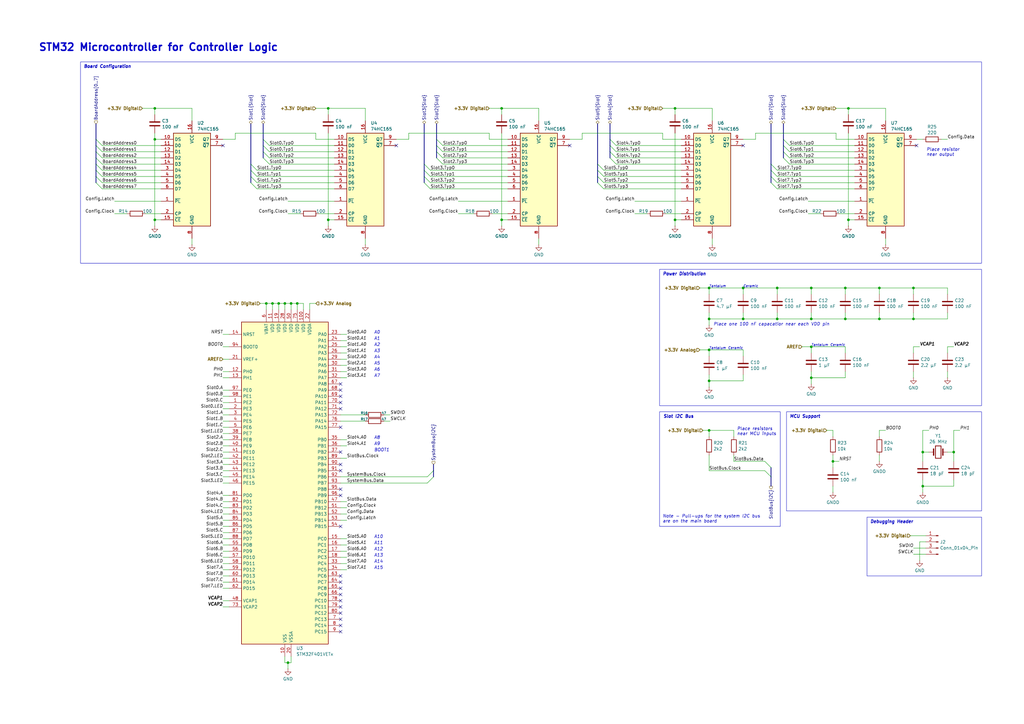
<source format=kicad_sch>
(kicad_sch (version 20250114) (generator "eeschema") (generator_version "9.0")
  (paper "A3")
  (title_block (title "Modular Music Controller / Sub-Board / STM32 MCU") (date "2025-11-02") (rev "1") (company "Dennis Schulmeister-Zimolong"))
  (bus_alias "Slot" (members "Typ[0..3]" "A" "B" "C" "A0" "A1" "LED" "Addr[0..3]"))
  (rectangle (start 270.51 168.91) (end 320.04 215.9))
  (rectangle (start 270.51 110.49) (end 402.59 166.37))
  (rectangle (start 33.02 25.4) (end 402.59 107.95))
  (rectangle (start 355.6 212.09) (end 402.59 236.22))
  (rectangle (start 322.58 168.91) (end 402.59 209.55))
  (text "A8" (at 153.416 180.34 0) (effects (font (size 1.27 1.27) (italic yes)) (justify left bottom)))
  (text "A0" (at 153.416 137.16 0) (effects (font (size 1.27 1.27) (italic yes)) (justify left bottom)))
  (text "Place resistor\nnear output" (at 379.984 60.706 0) (effects (font (size 1.27 1.27) (thickness 0.1588) (italic yes)) (justify left top)))
  (text "A3" (at 153.416 144.78 0) (effects (font (size 1.27 1.27) (italic yes)) (justify left bottom)))
  (text "A2" (at 153.416 142.24 0) (effects (font (size 1.27 1.27) (italic yes)) (justify left bottom)))
  (text "Place resistors\nnear MCU inputs" (at 302.26 175.26 0) (effects (font (size 1.27 1.27) (thickness 0.1588) (italic yes)) (justify left top)))
  (text "Power Distribution" (at 271.78 111.76 0) (effects (font (size 1.27 1.27) (thickness 0.254) (bold yes) (italic yes)) (justify left top)))
  (text "For outputs driving a trace, the series resistor should be at the driving end to:\n\n- Limit the initial current surge when the output switches\n- Dampen reflections at the source\n- Reduce ringing and overshoot on the trace\n- Protect the output driver from excessive current\n\nThis is the opposite of input protection, where you place the resistor near the\nreceiving end (MCU) to protect the input pin from incoming noise/transients.\n220Ω is a good value for this purpose - it provides:\n\n- Output current limiting for the 74HC165\n- Edge rate control to reduce EMI\n- Some impedance matching benefits\n\nAdding a second resistor would be redundant and potentially problematic.\nIf additional EMC protection is needed: A small capacitor to ground near\nthe MCU input (10-100pF) - this creates an RC low-pass filter with the\nexisting 220Ω resistor that filters high-frequency noise while keeping\nthe signal intact. But for a short 5-8 cm trace with 220Ω already in place\nthis should not be needed. The 74HC165 and STM32 are both designed to work\ntogether in typical PCB environments, and the resistor + short trace should\nhandle normal EMC requirements well.\n\nIn summary:\n\n- 74HC165 output → MCU input: Resistor near the 74HC165\n- MCU output → external input: Resistor near the MCU\n\nThe general rule: series resistors go close to the driver/source, not the\nreceiver, unless you're specifically adding them for input protection against\nexternal noise (which is a different purpose than your shift register output.\n\nMax. impedance of ADC inputs 50 kOhm so 47 Ohm is negligible.\n\nFor digital GPIOS: The higher the speed the lower to resistor value." (at 433.324 25.4 0) (effects (font (size 1.27 1.27) (thickness 0.1588) (italic yes)) (justify left top)))
  (text "Debugging Header" (at 356.87 213.36 0) (effects (font (size 1.27 1.27) (thickness 0.254) (bold yes) (italic yes)) (justify left top)))
  (text "Tantalum" (at 332.74 142.24 0) (effects (font (size 1 1) (italic yes)) (justify left bottom)))
  (text "A12" (at 153.416 226.06 0) (effects (font (size 1.27 1.27) (italic yes)) (justify left bottom)))
  (text "Board Configuration" (at 34.29 26.67 0) (effects (font (size 1.27 1.27) (thickness 0.254) (bold yes) (italic yes)) (justify left top)))
  (text "A5" (at 153.416 149.86 0) (effects (font (size 1.27 1.27) (italic yes)) (justify left bottom)))
  (text "A10" (at 153.416 220.98 0) (effects (font (size 1.27 1.27) (italic yes)) (justify left bottom)))
  (text "Ceramic" (at 346.71 142.24 0) (effects (font (size 1 1) (italic yes)) (justify right bottom)))
  (text "A7" (at 153.416 154.94 0) (effects (font (size 1.27 1.27) (italic yes)) (justify left bottom)))
  (text "A14" (at 153.416 231.14 0) (effects (font (size 1.27 1.27) (italic yes)) (justify left bottom)))
  (text "A15" (at 153.416 233.68 0) (effects (font (size 1.27 1.27) (italic yes)) (justify left bottom)))
  (text "Tantalum" (at 290.83 143.51 0) (effects (font (size 1 1) (italic yes)) (justify left bottom)))
  (text "Place one 100 nF capacatior near each VDD pin" (at 292.608 132.334 0) (effects (font (size 1.27 1.27) (italic yes)) (justify left top)))
  (text "STM32 Microcontroller for Controller Logic" (at 15.748 17.78 0) (effects (font (size 3 3) (thickness 0.6) (bold yes)) (justify left top)))
  (text "Tantalum" (at 290.83 118.11 0) (effects (font (size 1 1) (italic yes)) (justify left bottom)))
  (text "A1" (at 153.416 139.7 0) (effects (font (size 1.27 1.27) (italic yes)) (justify left bottom)))
  (text "MCU Support" (at 323.85 170.18 0) (effects (font (size 1.27 1.27) (thickness 0.254) (bold yes) (italic yes)) (justify left top)))
  (text "Slot I2C Bus" (at 272.034 170.18 0) (effects (font (size 1.27 1.27) (thickness 0.254) (bold yes) (italic yes)) (justify left top)))
  (text "A4" (at 153.416 147.32 0) (effects (font (size 1.27 1.27) (italic yes)) (justify left bottom)))
  (text "Ceramic" (at 304.8 143.51 0) (effects (font (size 1 1) (italic yes)) (justify right bottom)))
  (text "Ceramic" (at 304.8 118.11 0) (effects (font (size 1 1) (italic yes)) (justify left bottom)))
  (text "A13" (at 153.416 228.6 0) (effects (font (size 1.27 1.27) (italic yes)) (justify left bottom)))
  (text "A11" (at 153.416 223.52 0) (effects (font (size 1.27 1.27) (italic yes)) (justify left bottom)))
  (text "A9" (at 153.416 182.88 0) (effects (font (size 1.27 1.27) (italic yes)) (justify left bottom)))
  (text "BOOT1" (at 153.416 185.42 0) (effects (font (size 1.27 1.27) (thickness 0.1588) (italic yes)) (justify left bottom)))
  (text "Note - Pull-ups for the system I2C bus\nare on the main board" (at 271.78 214.63 0) (effects (font (size 1.27 1.27) (thickness 0.1588) (italic yes)) (justify left bottom)))
  (text "A6" (at 153.416 152.4 0) (effects (font (size 1.27 1.27) (italic yes)) (justify left bottom)))
  (junction (at 318.77 130.81))
  (junction (at 347.98 90.17))
  (junction (at 290.83 143.51))
  (junction (at 374.65 130.81))
  (junction (at 119.38 124.46))
  (junction (at 63.5 44.45))
  (junction (at 360.68 118.11))
  (junction (at 205.74 90.17))
  (junction (at 332.74 154.94))
  (junction (at 134.62 44.45))
  (junction (at 378.46 199.39))
  (junction (at 118.11 271.78))
  (junction (at 378.46 185.42))
  (junction (at 341.63 189.23))
  (junction (at 318.77 118.11))
  (junction (at 205.74 44.45))
  (junction (at 346.71 118.11))
  (junction (at 346.71 130.81))
  (junction (at 134.62 90.17))
  (junction (at 304.8 130.81))
  (junction (at 121.92 124.46))
  (junction (at 332.74 130.81))
  (junction (at 111.76 124.46))
  (junction (at 347.98 44.45))
  (junction (at 290.83 156.21))
  (junction (at 391.16 185.42))
  (junction (at 63.5 57.15))
  (junction (at 332.74 118.11))
  (junction (at 374.65 118.11))
  (junction (at 290.83 176.53))
  (junction (at 360.68 130.81))
  (junction (at 276.86 44.45))
  (junction (at 332.74 142.24))
  (junction (at 276.86 90.17))
  (junction (at 290.83 118.11))
  (junction (at 290.83 130.81))
  (junction (at 109.22 124.46))
  (junction (at 304.8 118.11))
  (junction (at 114.3 124.46))
  (junction (at 63.5 90.17))
  (junction (at 116.84 124.46))
  (no_connect (at 139.7 175.26))
  (no_connect (at 139.7 248.92))
  (no_connect (at 139.7 157.48))
  (no_connect (at 162.56 59.69))
  (no_connect (at 233.68 59.69))
  (no_connect (at 139.7 246.38))
  (no_connect (at 139.7 200.66))
  (no_connect (at 139.7 256.54))
  (no_connect (at 304.8 59.69))
  (no_connect (at 139.7 254))
  (no_connect (at 139.7 160.02))
  (no_connect (at 91.44 59.69))
  (no_connect (at 139.7 203.2))
  (no_connect (at 375.92 59.69))
  (no_connect (at 139.7 185.42))
  (no_connect (at 139.7 190.5))
  (no_connect (at 139.7 259.08))
  (no_connect (at 139.7 162.56))
  (no_connect (at 139.7 193.04))
  (no_connect (at 139.7 165.1))
  (no_connect (at 139.7 238.76))
  (no_connect (at 139.7 167.64))
  (no_connect (at 139.7 236.22))
  (no_connect (at 139.7 243.84))
  (no_connect (at 139.7 251.46))
  (no_connect (at 139.7 215.9))
  (no_connect (at 139.7 241.3))
  (bus_entry (at 173.99 67.31) (size 2.54 2.54))
  (bus_entry (at 102.87 74.93) (size 2.54 2.54))
  (bus_entry (at 250.19 64.77) (size 2.54 2.54))
  (bus_entry (at 102.87 69.85) (size 2.54 2.54))
  (bus_entry (at 175.26 195.58) (size 2.54 -2.54))
  (bus_entry (at 179.07 62.23) (size 2.54 2.54))
  (bus_entry (at 313.69 193.04) (size 2.54 2.54))
  (bus_entry (at 245.11 69.85) (size 2.54 2.54))
  (bus_entry (at 173.99 72.39) (size 2.54 2.54))
  (bus_entry (at 39.37 62.23) (size 2.54 2.54))
  (bus_entry (at 250.19 59.69) (size 2.54 2.54))
  (bus_entry (at 173.99 69.85) (size 2.54 2.54))
  (bus_entry (at 250.19 57.15) (size 2.54 2.54))
  (bus_entry (at 179.07 57.15) (size 2.54 2.54))
  (bus_entry (at 173.99 74.93) (size 2.54 2.54))
  (bus_entry (at 250.19 62.23) (size 2.54 2.54))
  (bus_entry (at 39.37 64.77) (size 2.54 2.54))
  (bus_entry (at 179.07 64.77) (size 2.54 2.54))
  (bus_entry (at 39.37 59.69) (size 2.54 2.54))
  (bus_entry (at 245.11 67.31) (size 2.54 2.54))
  (bus_entry (at 39.37 72.39) (size 2.54 2.54))
  (bus_entry (at 316.23 72.39) (size 2.54 2.54))
  (bus_entry (at 316.23 69.85) (size 2.54 2.54))
  (bus_entry (at 316.23 67.31) (size 2.54 2.54))
  (bus_entry (at 39.37 57.15) (size 2.54 2.54))
  (bus_entry (at 39.37 67.31) (size 2.54 2.54))
  (bus_entry (at 107.95 59.69) (size 2.54 2.54))
  (bus_entry (at 321.31 59.69) (size 2.54 2.54))
  (bus_entry (at 313.69 189.23) (size 2.54 2.54))
  (bus_entry (at 245.11 74.93) (size 2.54 2.54))
  (bus_entry (at 175.26 198.12) (size 2.54 -2.54))
  (bus_entry (at 39.37 74.93) (size 2.54 2.54))
  (bus_entry (at 321.31 62.23) (size 2.54 2.54))
  (bus_entry (at 102.87 67.31) (size 2.54 2.54))
  (bus_entry (at 39.37 69.85) (size 2.54 2.54))
  (bus_entry (at 107.95 62.23) (size 2.54 2.54))
  (bus_entry (at 245.11 72.39) (size 2.54 2.54))
  (bus_entry (at 102.87 72.39) (size 2.54 2.54))
  (bus_entry (at 321.31 57.15) (size 2.54 2.54))
  (bus_entry (at 321.31 64.77) (size 2.54 2.54))
  (bus_entry (at 179.07 59.69) (size 2.54 2.54))
  (bus_entry (at 107.95 64.77) (size 2.54 2.54))
  (bus_entry (at 316.23 74.93) (size 2.54 2.54))
  (bus_entry (at 107.95 57.15) (size 2.54 2.54))
  (wire (pts (xy 346.71 118.11) (xy 360.68 118.11)))
  (wire (pts (xy 360.68 176.53) (xy 363.22 176.53)))
  (wire (pts (xy 290.83 118.11) (xy 304.8 118.11)))
  (wire (pts (xy 271.78 54.61) (xy 271.78 57.15)))
  (bus (pts (xy 177.8 190.5) (xy 177.8 193.04)))
  (wire (pts (xy 127 124.46) (xy 127 127)))
  (wire (pts (xy 118.11 271.78) (xy 118.11 274.32)))
  (wire (pts (xy 375.92 57.15) (xy 378.46 57.15)))
  (wire (pts (xy 388.62 152.4) (xy 388.62 154.94)))
  (wire (pts (xy 91.44 160.02) (xy 93.98 160.02)))
  (wire (pts (xy 124.46 124.46) (xy 124.46 127)))
  (wire (pts (xy 139.7 172.72) (xy 149.86 172.72)))
  (wire (pts (xy 91.44 220.98) (xy 93.98 220.98)))
  (wire (pts (xy 276.86 54.61) (xy 276.86 90.17)))
  (wire (pts (xy 391.16 199.39) (xy 378.46 199.39)))
  (wire (pts (xy 91.44 203.2) (xy 93.98 203.2)))
  (wire (pts (xy 347.98 54.61) (xy 347.98 90.17)))
  (wire (pts (xy 63.5 44.45) (xy 63.5 46.99)))
  (wire (pts (xy 388.62 142.24) (xy 391.16 142.24)))
  (wire (pts (xy 139.7 149.86) (xy 142.24 149.86)))
  (bus (pts (xy 316.23 69.85) (xy 316.23 72.39)))
  (wire (pts (xy 149.86 97.79) (xy 149.86 100.33)))
  (wire (pts (xy 341.63 186.69) (xy 341.63 189.23)))
  (wire (pts (xy 332.74 130.81) (xy 318.77 130.81)))
  (wire (pts (xy 91.44 185.42) (xy 93.98 185.42)))
  (wire (pts (xy 111.76 124.46) (xy 114.3 124.46)))
  (wire (pts (xy 41.91 69.85) (xy 66.04 69.85)))
  (bus (pts (xy 321.31 57.15) (xy 321.31 59.69)))
  (wire (pts (xy 205.74 44.45) (xy 205.74 46.99)))
  (wire (pts (xy 290.83 146.05) (xy 290.83 143.51)))
  (wire (pts (xy 386.08 57.15) (xy 388.62 57.15)))
  (wire (pts (xy 63.5 44.45) (xy 78.74 44.45)))
  (wire (pts (xy 91.44 213.36) (xy 93.98 213.36)))
  (wire (pts (xy 106.68 124.46) (xy 109.22 124.46)))
  (wire (pts (xy 118.11 271.78) (xy 119.38 271.78)))
  (wire (pts (xy 332.74 142.24) (xy 346.71 142.24)))
  (wire (pts (xy 139.7 147.32) (xy 142.24 147.32)))
  (wire (pts (xy 388.62 185.42) (xy 391.16 185.42)))
  (wire (pts (xy 129.54 44.45) (xy 134.62 44.45)))
  (bus (pts (xy 107.95 59.69) (xy 107.95 62.23)))
  (wire (pts (xy 91.44 167.64) (xy 93.98 167.64)))
  (wire (pts (xy 142.24 233.68) (xy 139.7 233.68)))
  (wire (pts (xy 91.44 210.82) (xy 93.98 210.82)))
  (wire (pts (xy 139.7 139.7) (xy 142.24 139.7)))
  (wire (pts (xy 160.02 172.72) (xy 157.48 172.72)))
  (wire (pts (xy 276.86 44.45) (xy 276.86 46.99)))
  (wire (pts (xy 290.83 156.21) (xy 290.83 153.67)))
  (wire (pts (xy 91.44 195.58) (xy 93.98 195.58)))
  (wire (pts (xy 323.85 62.23) (xy 350.52 62.23)))
  (bus (pts (xy 173.99 69.85) (xy 173.99 72.39)))
  (bus (pts (xy 39.37 69.85) (xy 39.37 72.39)))
  (wire (pts (xy 360.68 118.11) (xy 374.65 118.11)))
  (wire (pts (xy 331.47 82.55) (xy 350.52 82.55)))
  (wire (pts (xy 59.69 87.63) (xy 66.04 87.63)))
  (wire (pts (xy 187.96 87.63) (xy 194.31 87.63)))
  (wire (pts (xy 66.04 57.15) (xy 63.5 57.15)))
  (bus (pts (xy 102.87 72.39) (xy 102.87 74.93)))
  (wire (pts (xy 142.24 226.06) (xy 139.7 226.06)))
  (wire (pts (xy 205.74 90.17) (xy 208.28 90.17)))
  (wire (pts (xy 91.44 142.24) (xy 93.98 142.24)))
  (wire (pts (xy 116.84 124.46) (xy 116.84 127)))
  (bus (pts (xy 321.31 62.23) (xy 321.31 64.77)))
  (wire (pts (xy 378.46 185.42) (xy 381 185.42)))
  (wire (pts (xy 162.56 57.15) (xy 167.64 57.15)))
  (wire (pts (xy 91.44 175.26) (xy 93.98 175.26)))
  (wire (pts (xy 309.88 54.61) (xy 342.9 54.61)))
  (wire (pts (xy 176.53 69.85) (xy 208.28 69.85)))
  (wire (pts (xy 332.74 130.81) (xy 332.74 128.27)))
  (wire (pts (xy 331.47 87.63) (xy 336.55 87.63)))
  (wire (pts (xy 105.41 77.47) (xy 137.16 77.47)))
  (wire (pts (xy 46.99 87.63) (xy 52.07 87.63)))
  (wire (pts (xy 363.22 44.45) (xy 363.22 49.53)))
  (wire (pts (xy 373.38 219.71) (xy 379.73 219.71)))
  (wire (pts (xy 139.7 180.34) (xy 142.24 180.34)))
  (wire (pts (xy 134.62 90.17) (xy 137.16 90.17)))
  (wire (pts (xy 200.66 57.15) (xy 208.28 57.15)))
  (wire (pts (xy 374.65 227.33) (xy 379.73 227.33)))
  (wire (pts (xy 139.7 154.94) (xy 142.24 154.94)))
  (wire (pts (xy 346.71 130.81) (xy 332.74 130.81)))
  (wire (pts (xy 374.65 130.81) (xy 360.68 130.81)))
  (wire (pts (xy 91.44 205.74) (xy 93.98 205.74)))
  (bus (pts (xy 316.23 50.8) (xy 316.23 67.31)))
  (bus (pts (xy 316.23 191.77) (xy 316.23 195.58)))
  (wire (pts (xy 91.44 182.88) (xy 93.98 182.88)))
  (wire (pts (xy 391.16 196.85) (xy 391.16 199.39)))
  (wire (pts (xy 176.53 72.39) (xy 208.28 72.39)))
  (wire (pts (xy 300.99 189.23) (xy 300.99 186.69)))
  (wire (pts (xy 377.19 222.25) (xy 377.19 229.87)))
  (wire (pts (xy 78.74 97.79) (xy 78.74 100.33)))
  (wire (pts (xy 91.44 198.12) (xy 93.98 198.12)))
  (bus (pts (xy 173.99 72.39) (xy 173.99 74.93)))
  (wire (pts (xy 304.8 130.81) (xy 304.8 128.27)))
  (wire (pts (xy 105.41 69.85) (xy 137.16 69.85)))
  (wire (pts (xy 134.62 90.17) (xy 134.62 92.71)))
  (wire (pts (xy 276.86 44.45) (xy 292.1 44.45)))
  (wire (pts (xy 91.44 172.72) (xy 93.98 172.72)))
  (wire (pts (xy 252.73 59.69) (xy 279.4 59.69)))
  (wire (pts (xy 378.46 176.53) (xy 378.46 185.42)))
  (bus (pts (xy 179.07 57.15) (xy 179.07 59.69)))
  (wire (pts (xy 276.86 90.17) (xy 279.4 90.17)))
  (wire (pts (xy 300.99 189.23) (xy 313.69 189.23)))
  (wire (pts (xy 374.65 128.27) (xy 374.65 130.81)))
  (wire (pts (xy 323.85 64.77) (xy 350.52 64.77)))
  (wire (pts (xy 342.9 44.45) (xy 347.98 44.45)))
  (wire (pts (xy 233.68 57.15) (xy 238.76 57.15)))
  (wire (pts (xy 342.9 54.61) (xy 342.9 57.15)))
  (wire (pts (xy 109.22 124.46) (xy 111.76 124.46)))
  (bus (pts (xy 245.11 69.85) (xy 245.11 72.39)))
  (wire (pts (xy 167.64 57.15) (xy 167.64 54.61)))
  (wire (pts (xy 341.63 179.07) (xy 341.63 176.53)))
  (wire (pts (xy 121.92 124.46) (xy 121.92 127)))
  (wire (pts (xy 341.63 189.23) (xy 344.17 189.23)))
  (wire (pts (xy 290.83 130.81) (xy 290.83 128.27)))
  (bus (pts (xy 107.95 57.15) (xy 107.95 59.69)))
  (wire (pts (xy 63.5 90.17) (xy 66.04 90.17)))
  (wire (pts (xy 287.02 118.11) (xy 290.83 118.11)))
  (wire (pts (xy 318.77 77.47) (xy 350.52 77.47)))
  (wire (pts (xy 388.62 144.78) (xy 388.62 142.24)))
  (wire (pts (xy 91.44 147.32) (xy 93.98 147.32)))
  (bus (pts (xy 250.19 62.23) (xy 250.19 64.77)))
  (wire (pts (xy 276.86 90.17) (xy 276.86 92.71)))
  (wire (pts (xy 91.44 231.14) (xy 93.98 231.14)))
  (wire (pts (xy 41.91 59.69) (xy 66.04 59.69)))
  (wire (pts (xy 290.83 193.04) (xy 313.69 193.04)))
  (wire (pts (xy 110.49 64.77) (xy 137.16 64.77)))
  (wire (pts (xy 139.7 205.74) (xy 142.24 205.74)))
  (wire (pts (xy 341.63 199.39) (xy 341.63 201.93)))
  (wire (pts (xy 374.65 224.79) (xy 379.73 224.79)))
  (bus (pts (xy 316.23 72.39) (xy 316.23 74.93)))
  (bus (pts (xy 107.95 62.23) (xy 107.95 64.77)))
  (wire (pts (xy 121.92 124.46) (xy 124.46 124.46)))
  (wire (pts (xy 58.42 44.45) (xy 63.5 44.45)))
  (wire (pts (xy 167.64 54.61) (xy 200.66 54.61)))
  (wire (pts (xy 292.1 97.79) (xy 292.1 100.33)))
  (bus (pts (xy 39.37 62.23) (xy 39.37 64.77)))
  (wire (pts (xy 388.62 130.81) (xy 388.62 128.27)))
  (bus (pts (xy 250.19 50.8) (xy 250.19 57.15)))
  (wire (pts (xy 105.41 74.93) (xy 137.16 74.93)))
  (bus (pts (xy 316.23 67.31) (xy 316.23 69.85)))
  (wire (pts (xy 134.62 44.45) (xy 149.86 44.45)))
  (wire (pts (xy 391.16 176.53) (xy 393.7 176.53)))
  (bus (pts (xy 179.07 62.23) (xy 179.07 64.77)))
  (wire (pts (xy 91.44 215.9) (xy 93.98 215.9)))
  (wire (pts (xy 205.74 44.45) (xy 220.98 44.45)))
  (wire (pts (xy 91.44 170.18) (xy 93.98 170.18)))
  (wire (pts (xy 318.77 72.39) (xy 350.52 72.39)))
  (wire (pts (xy 252.73 67.31) (xy 279.4 67.31)))
  (bus (pts (xy 245.11 67.31) (xy 245.11 69.85)))
  (bus (pts (xy 245.11 50.8) (xy 245.11 67.31)))
  (wire (pts (xy 78.74 44.45) (xy 78.74 49.53)))
  (wire (pts (xy 139.7 213.36) (xy 142.24 213.36)))
  (wire (pts (xy 238.76 57.15) (xy 238.76 54.61)))
  (wire (pts (xy 139.7 195.58) (xy 175.26 195.58)))
  (bus (pts (xy 245.11 72.39) (xy 245.11 74.93)))
  (wire (pts (xy 142.24 231.14) (xy 139.7 231.14)))
  (wire (pts (xy 304.8 130.81) (xy 290.83 130.81)))
  (wire (pts (xy 201.93 87.63) (xy 208.28 87.63)))
  (wire (pts (xy 290.83 176.53) (xy 300.99 176.53)))
  (wire (pts (xy 139.7 170.18) (xy 149.86 170.18)))
  (wire (pts (xy 374.65 118.11) (xy 388.62 118.11)))
  (wire (pts (xy 91.44 208.28) (xy 93.98 208.28)))
  (wire (pts (xy 41.91 67.31) (xy 66.04 67.31)))
  (bus (pts (xy 107.95 50.8) (xy 107.95 57.15)))
  (bus (pts (xy 321.31 59.69) (xy 321.31 62.23)))
  (wire (pts (xy 91.44 154.94) (xy 93.98 154.94)))
  (wire (pts (xy 200.66 44.45) (xy 205.74 44.45)))
  (wire (pts (xy 134.62 54.61) (xy 134.62 90.17)))
  (wire (pts (xy 110.49 67.31) (xy 137.16 67.31)))
  (wire (pts (xy 181.61 67.31) (xy 208.28 67.31)))
  (wire (pts (xy 300.99 176.53) (xy 300.99 179.07)))
  (wire (pts (xy 344.17 87.63) (xy 350.52 87.63)))
  (wire (pts (xy 187.96 82.55) (xy 208.28 82.55)))
  (wire (pts (xy 114.3 124.46) (xy 116.84 124.46)))
  (wire (pts (xy 318.77 118.11) (xy 318.77 120.65)))
  (wire (pts (xy 247.65 69.85) (xy 279.4 69.85)))
  (wire (pts (xy 63.5 54.61) (xy 63.5 57.15)))
  (wire (pts (xy 220.98 44.45) (xy 220.98 49.53)))
  (wire (pts (xy 318.77 130.81) (xy 304.8 130.81)))
  (wire (pts (xy 118.11 82.55) (xy 137.16 82.55)))
  (wire (pts (xy 181.61 64.77) (xy 208.28 64.77)))
  (wire (pts (xy 388.62 118.11) (xy 388.62 120.65)))
  (bus (pts (xy 173.99 50.8) (xy 173.99 67.31)))
  (wire (pts (xy 347.98 90.17) (xy 347.98 92.71)))
  (wire (pts (xy 360.68 130.81) (xy 346.71 130.81)))
  (wire (pts (xy 290.83 156.21) (xy 290.83 158.75)))
  (wire (pts (xy 142.24 220.98) (xy 139.7 220.98)))
  (wire (pts (xy 91.44 162.56) (xy 93.98 162.56)))
  (wire (pts (xy 332.74 118.11) (xy 346.71 118.11)))
  (wire (pts (xy 91.44 190.5) (xy 93.98 190.5)))
  (wire (pts (xy 116.84 269.24) (xy 116.84 271.78)))
  (bus (pts (xy 250.19 57.15) (xy 250.19 59.69)))
  (wire (pts (xy 328.93 142.24) (xy 332.74 142.24)))
  (bus (pts (xy 250.19 59.69) (xy 250.19 62.23)))
  (wire (pts (xy 91.44 236.22) (xy 93.98 236.22)))
  (wire (pts (xy 332.74 118.11) (xy 332.74 120.65)))
  (wire (pts (xy 41.91 64.77) (xy 66.04 64.77)))
  (wire (pts (xy 290.83 186.69) (xy 290.83 193.04)))
  (bus (pts (xy 179.07 50.8) (xy 179.07 57.15)))
  (bus (pts (xy 177.8 193.04) (xy 177.8 195.58)))
  (wire (pts (xy 119.38 124.46) (xy 121.92 124.46)))
  (wire (pts (xy 91.44 241.3) (xy 93.98 241.3)))
  (wire (pts (xy 41.91 62.23) (xy 66.04 62.23)))
  (wire (pts (xy 374.65 118.11) (xy 374.65 120.65)))
  (bus (pts (xy 39.37 67.31) (xy 39.37 69.85)))
  (wire (pts (xy 304.8 118.11) (xy 318.77 118.11)))
  (wire (pts (xy 91.44 187.96) (xy 93.98 187.96)))
  (wire (pts (xy 111.76 127) (xy 111.76 124.46)))
  (wire (pts (xy 363.22 97.79) (xy 363.22 100.33)))
  (wire (pts (xy 181.61 62.23) (xy 208.28 62.23)))
  (wire (pts (xy 374.65 130.81) (xy 388.62 130.81)))
  (wire (pts (xy 119.38 124.46) (xy 119.38 127)))
  (wire (pts (xy 290.83 176.53) (xy 290.83 179.07)))
  (wire (pts (xy 139.7 152.4) (xy 142.24 152.4)))
  (wire (pts (xy 114.3 124.46) (xy 114.3 127)))
  (wire (pts (xy 91.44 193.04) (xy 93.98 193.04)))
  (wire (pts (xy 318.77 130.81) (xy 318.77 128.27)))
  (wire (pts (xy 252.73 64.77) (xy 279.4 64.77)))
  (wire (pts (xy 374.65 144.78) (xy 374.65 142.24)))
  (wire (pts (xy 110.49 59.69) (xy 137.16 59.69)))
  (wire (pts (xy 346.71 142.24) (xy 346.71 144.78)))
  (wire (pts (xy 205.74 54.61) (xy 205.74 90.17)))
  (wire (pts (xy 63.5 57.15) (xy 63.5 90.17)))
  (bus (pts (xy 316.23 195.58) (xy 316.23 199.39)))
  (wire (pts (xy 41.91 74.93) (xy 66.04 74.93)))
  (wire (pts (xy 332.74 154.94) (xy 332.74 157.48)))
  (wire (pts (xy 91.44 180.34) (xy 93.98 180.34)))
  (wire (pts (xy 149.86 44.45) (xy 149.86 49.53)))
  (wire (pts (xy 247.65 72.39) (xy 279.4 72.39)))
  (wire (pts (xy 116.84 124.46) (xy 119.38 124.46)))
  (wire (pts (xy 91.44 152.4) (xy 93.98 152.4)))
  (wire (pts (xy 346.71 130.81) (xy 346.71 128.27)))
  (wire (pts (xy 304.8 118.11) (xy 304.8 120.65)))
  (wire (pts (xy 360.68 186.69) (xy 360.68 189.23)))
  (wire (pts (xy 91.44 57.15) (xy 96.52 57.15)))
  (wire (pts (xy 142.24 223.52) (xy 139.7 223.52)))
  (wire (pts (xy 346.71 118.11) (xy 346.71 120.65)))
  (bus (pts (xy 179.07 59.69) (xy 179.07 62.23)))
  (wire (pts (xy 290.83 130.81) (xy 290.83 133.35)))
  (bus (pts (xy 39.37 59.69) (xy 39.37 62.23)))
  (wire (pts (xy 91.44 238.76) (xy 93.98 238.76)))
  (wire (pts (xy 342.9 57.15) (xy 350.52 57.15)))
  (wire (pts (xy 332.74 154.94) (xy 332.74 152.4)))
  (bus (pts (xy 102.87 50.8) (xy 102.87 67.31)))
  (wire (pts (xy 116.84 271.78) (xy 118.11 271.78)))
  (wire (pts (xy 346.71 154.94) (xy 332.74 154.94)))
  (wire (pts (xy 134.62 44.45) (xy 134.62 46.99)))
  (wire (pts (xy 105.41 72.39) (xy 137.16 72.39)))
  (wire (pts (xy 63.5 90.17) (xy 63.5 92.71)))
  (wire (pts (xy 91.44 233.68) (xy 93.98 233.68)))
  (wire (pts (xy 260.35 87.63) (xy 265.43 87.63)))
  (wire (pts (xy 378.46 185.42) (xy 378.46 189.23)))
  (wire (pts (xy 271.78 44.45) (xy 276.86 44.45)))
  (wire (pts (xy 181.61 59.69) (xy 208.28 59.69)))
  (wire (pts (xy 139.7 144.78) (xy 142.24 144.78)))
  (wire (pts (xy 220.98 97.79) (xy 220.98 100.33)))
  (wire (pts (xy 273.05 87.63) (xy 279.4 87.63)))
  (wire (pts (xy 129.54 54.61) (xy 129.54 57.15)))
  (wire (pts (xy 139.7 182.88) (xy 142.24 182.88)))
  (wire (pts (xy 341.63 191.77) (xy 341.63 189.23)))
  (wire (pts (xy 119.38 269.24) (xy 119.38 271.78)))
  (wire (pts (xy 288.29 176.53) (xy 290.83 176.53)))
  (wire (pts (xy 360.68 176.53) (xy 360.68 179.07)))
  (wire (pts (xy 323.85 67.31) (xy 350.52 67.31)))
  (wire (pts (xy 377.19 222.25) (xy 379.73 222.25)))
  (wire (pts (xy 374.65 142.24) (xy 377.19 142.24)))
  (wire (pts (xy 290.83 143.51) (xy 304.8 143.51)))
  (wire (pts (xy 96.52 54.61) (xy 129.54 54.61)))
  (wire (pts (xy 176.53 77.47) (xy 208.28 77.47)))
  (wire (pts (xy 91.44 228.6) (xy 93.98 228.6)))
  (wire (pts (xy 304.8 156.21) (xy 304.8 153.67)))
  (wire (pts (xy 318.77 74.93) (xy 350.52 74.93)))
  (wire (pts (xy 247.65 77.47) (xy 279.4 77.47)))
  (wire (pts (xy 391.16 176.53) (xy 391.16 185.42)))
  (wire (pts (xy 360.68 118.11) (xy 360.68 120.65)))
  (wire (pts (xy 110.49 62.23) (xy 137.16 62.23)))
  (wire (pts (xy 41.91 77.47) (xy 66.04 77.47)))
  (bus (pts (xy 39.37 72.39) (xy 39.37 74.93)))
  (wire (pts (xy 91.44 177.8) (xy 93.98 177.8)))
  (bus (pts (xy 102.87 69.85) (xy 102.87 72.39)))
  (wire (pts (xy 260.35 82.55) (xy 279.4 82.55)))
  (wire (pts (xy 91.44 248.92) (xy 93.98 248.92)))
  (wire (pts (xy 205.74 90.17) (xy 205.74 92.71)))
  (wire (pts (xy 118.11 87.63) (xy 123.19 87.63)))
  (wire (pts (xy 41.91 72.39) (xy 66.04 72.39)))
  (wire (pts (xy 378.46 199.39) (xy 378.46 201.93)))
  (wire (pts (xy 129.54 57.15) (xy 137.16 57.15)))
  (wire (pts (xy 360.68 130.81) (xy 360.68 128.27)))
  (wire (pts (xy 139.7 208.28) (xy 142.24 208.28)))
  (wire (pts (xy 304.8 156.21) (xy 290.83 156.21)))
  (wire (pts (xy 109.22 127) (xy 109.22 124.46)))
  (wire (pts (xy 139.7 137.16) (xy 142.24 137.16)))
  (wire (pts (xy 374.65 152.4) (xy 374.65 154.94)))
  (wire (pts (xy 200.66 54.61) (xy 200.66 57.15)))
  (wire (pts (xy 346.71 154.94) (xy 346.71 152.4)))
  (wire (pts (xy 347.98 44.45) (xy 363.22 44.45)))
  (wire (pts (xy 309.88 57.15) (xy 309.88 54.61)))
  (wire (pts (xy 290.83 120.65) (xy 290.83 118.11)))
  (wire (pts (xy 130.81 87.63) (xy 137.16 87.63)))
  (wire (pts (xy 252.73 62.23) (xy 279.4 62.23)))
  (wire (pts (xy 91.44 218.44) (xy 93.98 218.44)))
  (wire (pts (xy 91.44 223.52) (xy 93.98 223.52)))
  (wire (pts (xy 271.78 57.15) (xy 279.4 57.15)))
  (wire (pts (xy 46.99 82.55) (xy 66.04 82.55)))
  (wire (pts (xy 378.46 196.85) (xy 378.46 199.39)))
  (bus (pts (xy 173.99 67.31) (xy 173.99 69.85)))
  (wire (pts (xy 238.76 54.61) (xy 271.78 54.61)))
  (wire (pts (xy 139.7 187.96) (xy 142.24 187.96)))
  (bus (pts (xy 321.31 50.8) (xy 321.31 57.15)))
  (wire (pts (xy 91.44 137.16) (xy 93.98 137.16)))
  (wire (pts (xy 347.98 90.17) (xy 350.52 90.17)))
  (wire (pts (xy 304.8 143.51) (xy 304.8 146.05)))
  (wire (pts (xy 304.8 57.15) (xy 309.88 57.15)))
  (wire (pts (xy 292.1 44.45) (xy 292.1 49.53)))
  (wire (pts (xy 129.54 124.46) (xy 127 124.46)))
  (wire (pts (xy 287.02 143.51) (xy 290.83 143.51)))
  (wire (pts (xy 142.24 228.6) (xy 139.7 228.6)))
  (wire (pts (xy 347.98 44.45) (xy 347.98 46.99)))
  (wire (pts (xy 391.16 185.42) (xy 391.16 189.23)))
  (wire (pts (xy 139.7 142.24) (xy 142.24 142.24)))
  (wire (pts (xy 318.77 118.11) (xy 332.74 118.11)))
  (wire (pts (xy 323.85 59.69) (xy 350.52 59.69)))
  (wire (pts (xy 91.44 246.38) (xy 93.98 246.38)))
  (wire (pts (xy 96.52 57.15) (xy 96.52 54.61)))
  (wire (pts (xy 160.02 170.18) (xy 157.48 170.18)))
  (wire (pts (xy 91.44 165.1) (xy 93.98 165.1)))
  (bus (pts (xy 102.87 67.31) (xy 102.87 69.85)))
  (wire (pts (xy 91.44 226.06) (xy 93.98 226.06)))
  (bus (pts (xy 39.37 57.15) (xy 39.37 59.69)))
  (wire (pts (xy 139.7 210.82) (xy 142.24 210.82)))
  (wire (pts (xy 332.74 144.78) (xy 332.74 142.24)))
  (wire (pts (xy 339.09 176.53) (xy 341.63 176.53)))
  (wire (pts (xy 139.7 198.12) (xy 175.26 198.12)))
  (wire (pts (xy 247.65 74.93) (xy 279.4 74.93)))
  (wire (pts (xy 378.46 176.53) (xy 381 176.53)))
  (wire (pts (xy 176.53 74.93) (xy 208.28 74.93)))
  (bus (pts (xy 39.37 64.77) (xy 39.37 67.31)))
  (bus (pts (xy 39.37 50.8) (xy 39.37 57.15)))
  (wire (pts (xy 318.77 69.85) (xy 350.52 69.85)))
  (label "Slot5.Typ3" (at 247.65 77.47 0))
  (label "Slot7.Typ2" (at 318.77 74.93 0))
  (label "Slot0.Typ1" (at 110.49 62.23 0))
  (label "SlotBus.Clock" (at 290.83 193.04 0))
  (label "SWDIO" (at 160.02 170.18 0) (effects (font (thickness 0.1588) (italic yes))))
  (label "Config.Clock" (at 331.47 87.63 180))
  (label "Slot4.A0" (at 142.24 180.34 0) (effects (font (thickness 0.1588) (italic yes))))
  (label "Slot0.Typ0" (at 110.49 59.69 0))
  (label "SystemBus.Data" (at 142.24 198.12 0))
  (label "PH0" (at 91.44 152.4 180) (effects (font (italic yes))))
  (label "PH1" (at 91.44 154.94 180) (effects (font (italic yes))))
  (label "SystemBus.Clock" (at 142.24 195.58 0))
  (label "SWCLK" (at 160.02 172.72 0) (effects (font (italic yes))))
  (label "Slot4.Typ3" (at 252.73 67.31 0))
  (label "Slot7.Typ1" (at 318.77 72.39 0))
  (label "BOOT0" (at 91.44 142.24 180) (effects (font (italic yes))))
  (label "Slot5.A0" (at 142.24 220.98 0) (effects (font (thickness 0.1588) (italic yes))))
  (label "Slot3.Typ2" (at 176.53 74.93 0))
  (label "Slot1.Typ2" (at 105.41 74.93 0))
  (label "Slot5.A" (at 91.44 213.36 180) (effects (font (italic yes))))
  (label "Slot5.B" (at 91.44 215.9 180) (effects (font (italic yes))))
  (label "Slot5.C" (at 91.44 218.44 180) (effects (font (italic yes))))
  (label "Slot5.LED" (at 91.44 220.98 180) (effects (font (italic yes))))
  (label "Slot4.LED" (at 91.44 210.82 180) (effects (font (italic yes))))
  (label "Slot4.C" (at 91.44 208.28 180) (effects (font (italic yes))))
  (label "Slot4.B" (at 91.44 205.74 180) (effects (font (italic yes))))
  (label "Slot6.A" (at 91.44 223.52 180) (effects (font (italic yes))))
  (label "Slot6.B" (at 91.44 226.06 180) (effects (font (italic yes))))
  (label "Slot6.C" (at 91.44 228.6 180) (effects (font (italic yes))))
  (label "Slot7.A" (at 91.44 233.68 180) (effects (font (italic yes))))
  (label "Slot7.B" (at 91.44 236.22 180) (effects (font (italic yes))))
  (label "Slot6.LED" (at 91.44 231.14 180) (effects (font (italic yes))))
  (label "Slot7.C" (at 91.44 238.76 180) (effects (font (italic yes))))
  (label "Slot7.LED" (at 91.44 241.3 180) (effects (font (italic yes))))
  (label "Slot1.B" (at 91.44 172.72 180) (effects (font (italic yes))))
  (label "Slot2.A" (at 91.44 180.34 180) (effects (font (italic yes))))
  (label "Slot0.LED" (at 91.44 167.64 180) (effects (font (italic yes))))
  (label "Slot2.B" (at 91.44 182.88 180) (effects (font (italic yes))))
  (label "Slot1.C" (at 91.44 175.26 180) (effects (font (italic yes))))
  (label "Slot1.LED" (at 91.44 177.8 180) (effects (font (italic yes))))
  (label "Slot1.A" (at 91.44 170.18 180) (effects (font (italic yes))))
  (label "Slot0.C" (at 91.44 165.1 180) (effects (font (italic yes))))
  (label "Slot0.B" (at 91.44 162.56 180) (effects (font (italic yes))))
  (label "Slot0.A" (at 91.44 160.02 180) (effects (font (italic yes))))
  (label "Slot2.LED" (at 91.44 187.96 180) (effects (font (italic yes))))
  (label "Slot3.A" (at 91.44 190.5 180) (effects (font (italic yes))))
  (label "Slot2.C" (at 91.44 185.42 180) (effects (font (italic yes))))
  (label "Slot3.LED" (at 91.44 198.12 180) (effects (font (italic yes))))
  (label "Slot3.C" (at 91.44 195.58 180) (effects (font (italic yes))))
  (label "Slot3.B" (at 91.44 193.04 180) (effects (font (italic yes))))
  (label "Slot4.A" (at 91.44 203.2 180) (effects (font (italic yes))))
  (label "SWCLK" (at 374.65 227.33 180) (effects (font (italic yes))))
  (label "SWDIO" (at 374.65 224.79 180) (effects (font (italic yes))))
  (label "Slot6.Typ0" (at 323.85 59.69 0))
  (label "Slot1.Typ1" (at 105.41 72.39 0))
  (label "Slot1.Typ3" (at 105.41 77.47 0))
  (label "Config.Data" (at 388.62 57.15 0))
  (label "SlotBus.Data" (at 142.24 205.74 0))
  (label "Slot5.Typ0" (at 247.65 69.85 0))
  (label "Config.Clock" (at 260.35 87.63 180))
  (label "Config.Clock" (at 187.96 87.63 180))
  (label "SlotBus.Data" (at 300.99 189.23 0))
  (label "Slot5.Typ2" (at 247.65 74.93 0))
  (label "NRST" (at 344.17 189.23 0) (effects (font (italic yes))))
  (label "Slot6.Typ2" (at 323.85 64.77 0))
  (label "Slot7.Typ3" (at 318.77 77.47 0))
  (label "Slot7.Typ0" (at 318.77 69.85 0))
  (label "PH0" (at 381 176.53 0) (effects (font (italic yes))))
  (label "PH1" (at 393.7 176.53 0) (effects (font (italic yes))))
  (label "Slot4.Typ1" (at 252.73 62.23 0))
  (label "Slot6.Typ3" (at 323.85 67.31 0))
  (label "Slot2.Typ1" (at 181.61 62.23 0))
  (label "Slot3.Typ0" (at 176.53 69.85 0))
  (label "Slot3.Typ3" (at 176.53 77.47 0))
  (label "VCAP2" (at 91.44 248.92 180) (effects (font (thickness 0.254) (bold yes) (italic yes))))
  (label "VCAP1" (at 91.44 246.38 180) (effects (font (thickness 0.254) (bold yes) (italic yes))))
  (label "NRST" (at 91.44 137.16 180) (effects (font (italic yes))))
  (label "Slot2.Typ3" (at 181.61 67.31 0))
  (label "Slot4.Typ2" (at 252.73 64.77 0))
  (label "Slot0.Typ3" (at 110.49 67.31 0))
  (label "BOOT0" (at 363.22 176.53 0) (effects (font (italic yes))))
  (label "Slot6.A0" (at 142.24 226.06 0) (effects (font (thickness 0.1588) (italic yes))))
  (label "Config.Latch" (at 118.11 82.55 180))
  (label "Config.Latch" (at 46.99 82.55 180))
  (label "Config.Latch" (at 187.96 82.55 180))
  (label "Config.Latch" (at 331.47 82.55 180))
  (label "Config.Latch" (at 260.35 82.55 180))
  (label "BoardAddress4" (at 41.91 69.85 0))
  (label "BoardAddress7" (at 41.91 77.47 0))
  (label "BoardAddress5" (at 41.91 72.39 0))
  (label "BoardAddress6" (at 41.91 74.93 0))
  (label "BoardAddress3" (at 41.91 67.31 0))
  (label "BoardAddress2" (at 41.91 64.77 0))
  (label "BoardAddress1" (at 41.91 62.23 0))
  (label "BoardAddress0" (at 41.91 59.69 0))
  (label "Slot2.Typ0" (at 181.61 59.69 0))
  (label "Slot4.Typ0" (at 252.73 59.69 0))
  (label "Config.Clock" (at 46.99 87.63 180))
  (label "VCAP1" (at 377.19 142.24 0) (effects (font (thickness 0.254) (bold yes) (italic yes))))
  (label "VCAP2" (at 391.16 142.24 0) (effects (font (thickness 0.254) (bold yes) (italic yes))))
  (label "Slot3.Typ1" (at 176.53 72.39 0))
  (label "Slot5.Typ1" (at 247.65 72.39 0))
  (label "Slot2.Typ2" (at 181.61 64.77 0))
  (label "Slot1.Typ0" (at 105.41 69.85 0))
  (label "Slot7.A1" (at 142.24 233.68 0) (effects (font (thickness 0.1588) (italic yes))))
  (label "Slot7.A0" (at 142.24 231.14 0) (effects (font (thickness 0.1588) (italic yes))))
  (label "Slot6.A1" (at 142.24 228.6 0) (effects (font (thickness 0.1588) (italic yes))))
  (label "Slot0.A0" (at 142.24 137.16 0) (effects (font (thickness 0.1588) (italic yes))))
  (label "Slot0.A1" (at 142.24 139.7 0) (effects (font (thickness 0.1588) (italic yes))))
  (label "Slot1.A1" (at 142.24 144.78 0) (effects (font (thickness 0.1588) (italic yes))))
  (label "Slot1.A0" (at 142.24 142.24 0) (effects (font (thickness 0.1588) (italic yes))))
  (label "Slot3.A0" (at 142.24 152.4 0) (effects (font (thickness 0.1588) (italic yes))))
  (label "Slot2.A1" (at 142.24 149.86 0) (effects (font (thickness 0.1588) (italic yes))))
  (label "Slot3.A1" (at 142.24 154.94 0) (effects (font (thickness 0.1588) (italic yes))))
  (label "Slot2.A0" (at 142.24 147.32 0) (effects (font (thickness 0.1588) (italic yes))))
  (label "Slot6.Typ1" (at 323.85 62.23 0))
  (label "Config.Clock" (at 118.11 87.63 180))
  (label "SlotBus.Clock" (at 142.24 187.96 0))
  (label "Config.Data" (at 142.24 210.82 0) (effects (font (italic yes))))
  (label "Config.Latch" (at 142.24 213.36 0) (effects (font (italic yes))))
  (label "Config.Clock" (at 142.24 208.28 0) (effects (font (italic yes))))
  (label "Slot0.Typ2" (at 110.49 64.77 0))
  (label "Slot5.A1" (at 142.24 223.52 0) (effects (font (thickness 0.1588) (italic yes))))
  (label "Slot4.A1" (at 142.24 182.88 0) (effects (font (thickness 0.1588) (italic yes))))
  (hierarchical_label "+3.3V Digital" (shape input) (at 200.66 44.45 180) (effects (font (thickness 0.254) (bold yes))))
  (hierarchical_label "+3.3V Digital" (shape input) (at 58.42 44.45 180) (effects (font (thickness 0.254) (bold yes))))
  (hierarchical_label "Slot4{Slot}" (shape bidirectional) (at 250.19 50.8 90))
  (hierarchical_label "Slot1{Slot}" (shape bidirectional) (at 102.87 50.8 90))
  (hierarchical_label "+3.3V Digital" (shape input) (at 339.09 176.53 180) (effects (font (thickness 0.254) (bold yes))))
  (hierarchical_label "Slot0{Slot}" (shape bidirectional) (at 107.95 50.8 90))
  (hierarchical_label "Slot3{Slot}" (shape bidirectional) (at 173.99 50.8 90))
  (hierarchical_label "Slot7{Slot}" (shape bidirectional) (at 316.23 50.8 90))
  (hierarchical_label "Slot6{Slot}" (shape bidirectional) (at 321.31 50.8 90))
  (hierarchical_label "Slot2{Slot}" (shape bidirectional) (at 179.07 50.8 90))
  (hierarchical_label "+3.3V Digital" (shape input) (at 106.68 124.46 180) (effects (font (thickness 0.254) (bold yes))))
  (hierarchical_label "BoardAddress[0..7]" (shape input) (at 39.37 50.8 90))
  (hierarchical_label "+3.3V Digital" (shape input) (at 288.29 176.53 180) (effects (font (thickness 0.254) (bold yes))))
  (hierarchical_label "+3.3V Digital" (shape input) (at 271.78 44.45 180) (effects (font (thickness 0.254) (bold yes))))
  (hierarchical_label "SlotBus{I2C}" (shape output) (at 316.23 199.39 270) (effects (font (italic yes))))
  (hierarchical_label "SystemBus{I2C}" (shape input) (at 177.8 190.5 90) (effects (font (italic yes))))
  (hierarchical_label "+3.3V Digital" (shape input) (at 373.38 219.71 180) (effects (font (thickness 0.254) (bold yes))))
  (hierarchical_label "+3.3V Digital" (shape input) (at 287.02 118.11 180) (effects (font (thickness 0.254) (bold yes))))
  (hierarchical_label "AREF" (shape input) (at 328.93 142.24 180) (effects (font (thickness 0.254) (bold yes))))
  (hierarchical_label "+3.3V Analog" (shape input) (at 287.02 143.51 180) (effects (font (thickness 0.254) (bold yes))))
  (hierarchical_label "+3.3V Digital" (shape input) (at 342.9 44.45 180) (effects (font (thickness 0.254) (bold yes))))
  (hierarchical_label "+3.3V Analog" (shape input) (at 129.54 124.46 0) (effects (font (thickness 0.254) (bold yes))))
  (hierarchical_label "+3.3V Digital" (shape input) (at 129.54 44.45 180) (effects (font (thickness 0.254) (bold yes))))
  (hierarchical_label "Slot5{Slot}" (shape bidirectional) (at 245.11 50.8 90))
  (hierarchical_label "AREF" (shape input) (at 91.44 147.32 180) (effects (font (thickness 0.254) (bold yes))))
  (symbol (lib_id "Device:C") (at 276.86 50.8 0) (unit 1)
    (property "Reference" "C6" (at 279.781 49.5878 0) (effects (justify left)))
    (property "Value" "100 nF" (at 279.781 52.0121 0) (effects (justify left)))
    (property "Footprint" "Capacitor_SMD:C_0603_1608Metric" (effects (hide yes)))
    (property "Description" "Unpolarized capacitor" (effects (hide yes)))
  )
  (symbol (lib_id "power:GND") (at 378.46 201.93 0) (unit 1)
    (property "Reference" "#PWR27" (effects (hide yes)))
    (property "Value" "GNDD" (at 378.46 206.0631 0))
    (property "Description" "Power symbol creates a global label with name \"GND\" , ground" (effects (hide yes)))
  )
  (symbol (lib_id "Device:C") (at 374.65 124.46 0) (unit 1)
    (property "Reference" "C19" (at 377.571 123.2478 0) (effects (justify left)))
    (property "Value" "100 nF" (at 377.571 125.6721 0) (effects (justify left)))
    (property "Footprint" "Capacitor_SMD:C_0603_1608Metric" (effects (hide yes)))
    (property "Description" "Unpolarized capacitor" (effects (hide yes)))
  )
  (symbol (lib_id "MCU_ST_STM32F4:STM32F401VETx") (at 116.84 198.12 0) (unit 1)
    (property "Reference" "U3" (at 121.5233 265.8801 0) (effects (justify left)))
    (property "Value" "STM32F401VETx" (at 121.5233 268.3044 0) (effects (justify left)))
    (property "Footprint" "Package_QFP:LQFP-100_14x14mm_P0.5mm" (effects (hide yes)))
    (property "Datasheet" "https://www.st.com/resource/en/datasheet/stm32f401ve.pdf" (effects (hide yes)))
    (property "Description" "STMicroelectronics Arm Cortex-M4 MCU, 512KB flash, 96KB RAM, 84 MHz, 1.7-3.6V, 81 GPIO, LQFP100" (effects (hide yes)))
  )
  (symbol (lib_id "Device:R") (at 127 87.63 90) (unit 1)
    (property "Reference" "R15" (at 121.666 86.614 90))
    (property "Value" "100" (at 131.572 86.614 90))
    (property "Footprint" "Resistor_SMD:R_0402_1005Metric" (effects (hide yes)))
    (property "Description" "Protection and less ringing" (effects (hide yes)))
  )
  (symbol (lib_id "power:GND") (at 220.98 100.33 0) (unit 1)
    (property "Reference" "#PWR015" (effects (hide yes)))
    (property "Value" "GND" (at 220.98 104.4631 0))
    (property "Description" "Power symbol creates a global label with name \"GND\" , ground" (effects (hide yes)))
  )
  (symbol (lib_id "Device:Crystal") (at 384.81 185.42 180) (unit 1)
    (property "Reference" "Y1" (at 384.81 178.7101 0))
    (property "Value" "26 MHz" (at 384.81 181.1344 0))
    (property "Footprint" "Crystal:Crystal_SMD_3215-2Pin_3.2x1.5mm" (effects (hide yes)))
    (property "Description" "Two pin crystal" (effects (hide yes)))
  )
  (symbol (lib_id "Device:C") (at 332.74 124.46 0) (unit 1)
    (property "Reference" "C12" (at 335.661 123.2478 0) (effects (justify left)))
    (property "Value" "100 nF" (at 335.661 125.6721 0) (effects (justify left)))
    (property "Footprint" "Capacitor_SMD:C_0603_1608Metric" (effects (hide yes)))
    (property "Description" "Unpolarized capacitor" (effects (hide yes)))
  )
  (symbol (lib_id "power:GND") (at 205.74 92.71 0) (unit 1)
    (property "Reference" "#PWR14" (effects (hide yes)))
    (property "Value" "GNDD" (at 205.74 96.8431 0))
    (property "Description" "Power symbol creates a global label with name \"GND\" , ground" (effects (hide yes)))
  )
  (symbol (lib_id "Device:C") (at 378.46 193.04 0) (unit 1)
    (property "Reference" "C21" (at 381.381 191.8278 0) (effects (justify left)))
    (property "Value" "18 pF" (at 381.381 194.2521 0) (effects (justify left)))
    (property "Footprint" "Capacitor_SMD:C_0603_1608Metric" (effects (hide yes)))
    (property "Description" "Unpolarized capacitor" (effects (hide yes)))
  )
  (symbol (lib_id "Device:C") (at 332.74 148.59 0) (unit 1)
    (property "Reference" "C13" (at 335.661 147.3778 0) (effects (justify left)))
    (property "Value" "1 µF" (at 335.661 149.8021 0) (effects (justify left)))
    (property "Footprint" "Capacitor_SMD:C_0805_2012Metric" (effects (hide yes)))
    (property "Description" "Unpolarized capacitor" (effects (hide yes)))
  )
  (symbol (lib_id "Device:C") (at 63.5 50.8 0) (unit 1)
    (property "Reference" "C3" (at 66.421 49.5878 0) (effects (justify left)))
    (property "Value" "100 nF" (at 66.421 52.0121 0) (effects (justify left)))
    (property "Footprint" "Capacitor_SMD:C_0603_1608Metric" (effects (hide yes)))
    (property "Description" "Unpolarized capacitor" (effects (hide yes)))
  )
  (symbol (lib_id "Device:R") (at 55.88 87.63 90) (unit 1)
    (property "Reference" "R14" (at 50.546 86.614 90))
    (property "Value" "100" (at 60.452 86.614 90))
    (property "Footprint" "Resistor_SMD:R_0402_1005Metric" (effects (hide yes)))
    (property "Description" "Protection and less ringing" (effects (hide yes)))
  )
  (symbol (lib_id "Device:C") (at 388.62 148.59 0) (unit 1)
    (property "Reference" "C23" (at 391.541 147.3778 0) (effects (justify left)))
    (property "Value" "2.2 µF" (at 391.541 149.8021 0) (effects (justify left)))
    (property "Footprint" "Capacitor_SMD:C_0805_2012Metric" (effects (hide yes)))
    (property "Description" "Unpolarized capacitor" (effects (hide yes)))
  )
  (symbol (lib_id "Device:C") (at 304.8 149.86 0) (unit 1)
    (property "Reference" "C10" (at 307.721 148.6478 0) (effects (justify left)))
    (property "Value" "100 nF" (at 307.721 151.0721 0) (effects (justify left)))
    (property "Footprint" "Capacitor_SMD:C_0603_1608Metric" (effects (hide yes)))
    (property "Description" "Unpolarized capacitor" (effects (hide yes)))
  )
  (symbol (lib_id "power:GND") (at 118.11 274.32 0) (unit 1)
    (property "Reference" "#PWR011" (effects (hide yes)))
    (property "Value" "GND" (at 118.11 278.4531 0))
    (property "Description" "Power symbol creates a global label with name \"GND\" , ground" (effects (hide yes)))
  )
  (symbol (lib_id "Device:C") (at 374.65 148.59 0) (unit 1)
    (property "Reference" "C20" (at 377.571 147.3778 0) (effects (justify left)))
    (property "Value" "2.2 µF" (at 377.571 149.8021 0) (effects (justify left)))
    (property "Footprint" "Capacitor_SMD:C_0805_2012Metric" (effects (hide yes)))
    (property "Description" "Unpolarized capacitor" (effects (hide yes)))
  )
  (symbol (lib_id "Device:C") (at 346.71 124.46 0) (unit 1)
    (property "Reference" "C15" (at 349.631 123.2478 0) (effects (justify left)))
    (property "Value" "100 nF" (at 349.631 125.6721 0) (effects (justify left)))
    (property "Footprint" "Capacitor_SMD:C_0603_1608Metric" (effects (hide yes)))
    (property "Description" "Unpolarized capacitor" (effects (hide yes)))
  )
  (symbol (lib_id "power:GND") (at 276.86 92.71 0) (unit 1)
    (property "Reference" "#PWR16" (effects (hide yes)))
    (property "Value" "GNDD" (at 276.86 96.8431 0))
    (property "Description" "Power symbol creates a global label with name \"GND\" , ground" (effects (hide yes)))
  )
  (symbol (lib_id "power:GND") (at 363.22 100.33 0) (unit 1)
    (property "Reference" "#PWR024" (effects (hide yes)))
    (property "Value" "GND" (at 363.22 104.4631 0))
    (property "Description" "Power symbol creates a global label with name \"GND\" , ground" (effects (hide yes)))
  )
  (symbol (lib_id "power:GND") (at 290.83 133.35 0) (unit 1)
    (property "Reference" "#PWR017" (effects (hide yes)))
    (property "Value" "GND" (at 290.83 137.4831 0))
    (property "Description" "Power symbol creates a global label with name \"GND\" , ground" (effects (hide yes)))
  )
  (symbol (lib_id "Device:R") (at 340.36 87.63 90) (unit 1)
    (property "Reference" "R22" (at 335.026 86.614 90))
    (property "Value" "100" (at 344.932 86.614 90))
    (property "Footprint" "Resistor_SMD:R_0402_1005Metric" (effects (hide yes)))
    (property "Description" "Protection and less ringing" (effects (hide yes)))
  )
  (symbol (lib_id "Connector:Conn_01x04_Pin") (at 384.81 222.25 0) (mirror y) (unit 1)
    (property "Reference" "J2" (at 385.5212 222.3078 0) (effects (justify right)))
    (property "Value" "Conn_01x04_Pin" (at 385.5212 224.7321 0) (effects (justify right)))
    (property "Footprint" "Connector_PinHeader_2.54mm:PinHeader_1x04_P2.54mm_Vertical_SMD_Pin1Right" (effects (hide yes)))
    (property "Description" "Generic connector, single row, 01x04, script generated" (effects (hide yes)))
  )
  (symbol (lib_id "74xx:74HC165") (at 149.86 72.39 0) (unit 1)
    (property "Reference" "U4" (at 152.0033 50.4655 0) (effects (justify left)))
    (property "Value" "74HC165" (at 152.0033 52.8898 0) (effects (justify left)))
    (property "Footprint" "Package_SO:TSSOP-16_4.4x5mm_P0.65mm" (effects (hide yes)))
    (property "Datasheet" "https://assets.nexperia.com/documents/data-sheet/74HC_HCT165.pdf" (effects (hide yes)))
    (property "Description" "Shift Register, 8-bit, Parallel Load" (effects (hide yes)))
  )
  (symbol (lib_id "power:GND") (at 290.83 158.75 0) (unit 1)
    (property "Reference" "#PWR018" (effects (hide yes)))
    (property "Value" "GND" (at 290.83 162.8831 0))
    (property "Description" "Power symbol creates a global label with name \"GND\" , ground" (effects (hide yes)))
  )
  (symbol (lib_id "Device:R") (at 269.24 87.63 90) (unit 1)
    (property "Reference" "R19" (at 263.906 86.614 90))
    (property "Value" "100" (at 273.812 86.614 90))
    (property "Footprint" "Resistor_SMD:R_0402_1005Metric" (effects (hide yes)))
    (property "Description" "Protection and less ringing" (effects (hide yes)))
  )
  (symbol (lib_id "Device:R") (at 382.27 57.15 90) (unit 1)
    (property "Reference" "R25" (at 382.27 51.9895 90))
    (property "Value" "220" (at 382.27 54.4138 90))
    (property "Footprint" "Resistor_SMD:R_0402_1005Metric" (effects (hide yes)))
    (property "Description" "Protection when MCU pin is accidently configured as output" (effects (hide yes)))
  )
  (symbol (lib_id "Device:R") (at 290.83 182.88 0) (unit 1)
    (property "Reference" "R20" (at 292.608 181.6678 0) (effects (justify left)))
    (property "Value" "2k2" (at 292.608 184.0921 0) (effects (justify left)))
    (property "Footprint" "Resistor_SMD:R_0402_1005Metric" (effects (hide yes)))
    (property "Description" "Resistor" (effects (hide yes)))
  )
  (symbol (lib_id "Device:C") (at 318.77 124.46 0) (unit 1)
    (property "Reference" "C11" (at 321.691 123.2478 0) (effects (justify left)))
    (property "Value" "100 nF" (at 321.691 125.6721 0) (effects (justify left)))
    (property "Footprint" "Capacitor_SMD:C_0603_1608Metric" (effects (hide yes)))
    (property "Description" "Unpolarized capacitor" (effects (hide yes)))
  )
  (symbol (lib_id "power:GND") (at 63.5 92.71 0) (unit 1)
    (property "Reference" "#PWR9" (effects (hide yes)))
    (property "Value" "GNDD" (at 63.5 96.8431 0))
    (property "Description" "Power symbol creates a global label with name \"GND\" , ground" (effects (hide yes)))
  )
  (symbol (lib_id "Device:R") (at 153.67 170.18 90) (unit 1)
    (property "Reference" "R16" (at 150.876 169.926 90) (effects (font (size 0.9525 0.9525)) (justify left top)))
    (property "Value" "47" (at 156.464 169.926 90) (effects (font (size 0.9525 0.9525)) (justify right top)))
    (property "Footprint" "Resistor_SMD:R_0402_1005Metric" (effects (hide yes)))
    (property "Description" "Resistor" (effects (hide yes)))
  )
  (symbol (lib_id "power:GND") (at 341.63 201.93 0) (unit 1)
    (property "Reference" "#PWR21" (effects (hide yes)))
    (property "Value" "GNDD" (at 341.63 206.0631 0))
    (property "Description" "Power symbol creates a global label with name \"GND\" , ground" (effects (hide yes)))
  )
  (symbol (lib_id "power:GND") (at 360.68 189.23 0) (unit 1)
    (property "Reference" "#PWR23" (effects (hide yes)))
    (property "Value" "GNDD" (at 360.68 193.3631 0))
    (property "Description" "Power symbol creates a global label with name \"GND\" , ground" (effects (hide yes)))
  )
  (symbol (lib_id "Device:C") (at 341.63 195.58 0) (unit 1)
    (property "Reference" "C14" (at 344.551 194.3678 0) (effects (justify left)))
    (property "Value" "100 nF" (at 344.551 196.7921 0) (effects (justify left)))
    (property "Footprint" "Capacitor_SMD:C_0603_1608Metric" (effects (hide yes)))
    (property "Description" "Unpolarized capacitor" (effects (hide yes)))
  )
  (symbol (lib_id "Device:C") (at 391.16 193.04 0) (unit 1)
    (property "Reference" "C24" (at 394.081 191.8278 0) (effects (justify left)))
    (property "Value" "18 pF" (at 394.081 194.2521 0) (effects (justify left)))
    (property "Footprint" "Capacitor_SMD:C_0603_1608Metric" (effects (hide yes)))
    (property "Description" "Unpolarized capacitor" (effects (hide yes)))
  )
  (symbol (lib_id "power:GND") (at 388.62 154.94 0) (unit 1)
    (property "Reference" "#PWR028" (effects (hide yes)))
    (property "Value" "GND" (at 388.62 159.0731 0))
    (property "Description" "Power symbol creates a global label with name \"GND\" , ground" (effects (hide yes)))
  )
  (symbol (lib_id "Device:C") (at 346.71 148.59 0) (unit 1)
    (property "Reference" "C16" (at 349.631 147.3778 0) (effects (justify left)))
    (property "Value" "100 nF" (at 349.631 149.8021 0) (effects (justify left)))
    (property "Footprint" "Capacitor_SMD:C_0603_1608Metric" (effects (hide yes)))
    (property "Description" "Unpolarized capacitor" (effects (hide yes)))
  )
  (symbol (lib_id "Device:R") (at 300.99 182.88 0) (unit 1)
    (property "Reference" "R21" (at 302.768 181.6678 0) (effects (justify left)))
    (property "Value" "2k2" (at 302.768 184.0921 0) (effects (justify left)))
    (property "Footprint" "Resistor_SMD:R_0402_1005Metric" (effects (hide yes)))
    (property "Description" "Resistor" (effects (hide yes)))
  )
  (symbol (lib_id "power:GND") (at 134.62 92.71 0) (unit 1)
    (property "Reference" "#PWR12" (effects (hide yes)))
    (property "Value" "GNDD" (at 134.62 96.8431 0))
    (property "Description" "Power symbol creates a global label with name \"GND\" , ground" (effects (hide yes)))
  )
  (symbol (lib_id "Device:R") (at 341.63 182.88 0) (unit 1)
    (property "Reference" "R23" (at 343.408 181.6678 0) (effects (justify left)))
    (property "Value" "10k" (at 343.408 184.0921 0) (effects (justify left)))
    (property "Footprint" "Resistor_SMD:R_0402_1005Metric" (effects (hide yes)))
    (property "Description" "Resistor" (effects (hide yes)))
  )
  (symbol (lib_id "power:GND") (at 78.74 100.33 0) (unit 1)
    (property "Reference" "#PWR010" (effects (hide yes)))
    (property "Value" "GND" (at 78.74 104.4631 0))
    (property "Description" "Power symbol creates a global label with name \"GND\" , ground" (effects (hide yes)))
  )
  (symbol (lib_id "power:GND") (at 332.74 157.48 0) (unit 1)
    (property "Reference" "#PWR020" (effects (hide yes)))
    (property "Value" "GND" (at 332.74 161.6131 0))
    (property "Description" "Power symbol creates a global label with name \"GND\" , ground" (effects (hide yes)))
  )
  (symbol (lib_id "Device:C") (at 388.62 124.46 0) (unit 1)
    (property "Reference" "C22" (at 391.541 123.2478 0) (effects (justify left)))
    (property "Value" "100 nF" (at 391.541 125.6721 0) (effects (justify left)))
    (property "Footprint" "Capacitor_SMD:C_0603_1608Metric" (effects (hide yes)))
    (property "Description" "Unpolarized capacitor" (effects (hide yes)))
  )
  (symbol (lib_id "Device:C") (at 134.62 50.8 0) (unit 1)
    (property "Reference" "C4" (at 137.541 49.5878 0) (effects (justify left)))
    (property "Value" "100 nF" (at 137.541 52.0121 0) (effects (justify left)))
    (property "Footprint" "Capacitor_SMD:C_0603_1608Metric" (effects (hide yes)))
    (property "Description" "Unpolarized capacitor" (effects (hide yes)))
  )
  (symbol (lib_id "power:GND") (at 149.86 100.33 0) (unit 1)
    (property "Reference" "#PWR013" (effects (hide yes)))
    (property "Value" "GND" (at 149.86 104.4631 0))
    (property "Description" "Power symbol creates a global label with name \"GND\" , ground" (effects (hide yes)))
  )
  (symbol (lib_id "Device:R") (at 153.67 172.72 90) (unit 1)
    (property "Reference" "R17" (at 150.876 172.466 90) (effects (font (size 0.9525 0.9525)) (justify left top)))
    (property "Value" "47" (at 156.464 172.466 90) (effects (font (size 0.9525 0.9525)) (justify right top)))
    (property "Footprint" "Resistor_SMD:R_0402_1005Metric" (effects (hide yes)))
    (property "Description" "Resistor" (effects (hide yes)))
  )
  (symbol (lib_id "74xx:74HC165") (at 292.1 72.39 0) (unit 1)
    (property "Reference" "U6" (at 294.2433 50.4655 0) (effects (justify left)))
    (property "Value" "74HC165" (at 294.2433 52.8898 0) (effects (justify left)))
    (property "Footprint" "Package_SO:TSSOP-16_4.4x5mm_P0.65mm" (effects (hide yes)))
    (property "Datasheet" "https://assets.nexperia.com/documents/data-sheet/74HC_HCT165.pdf" (effects (hide yes)))
    (property "Description" "Shift Register, 8-bit, Parallel Load" (effects (hide yes)))
  )
  (symbol (lib_id "Device:C") (at 347.98 50.8 0) (unit 1)
    (property "Reference" "C17" (at 350.901 49.5878 0) (effects (justify left)))
    (property "Value" "100 nF" (at 350.901 52.0121 0) (effects (justify left)))
    (property "Footprint" "Capacitor_SMD:C_0603_1608Metric" (effects (hide yes)))
    (property "Description" "Unpolarized capacitor" (effects (hide yes)))
  )
  (symbol (lib_id "74xx:74HC165") (at 363.22 72.39 0) (unit 1)
    (property "Reference" "U7" (at 365.3633 50.4655 0) (effects (justify left)))
    (property "Value" "74HC165" (at 365.3633 52.8898 0) (effects (justify left)))
    (property "Footprint" "Package_SO:TSSOP-16_4.4x5mm_P0.65mm" (effects (hide yes)))
    (property "Datasheet" "https://assets.nexperia.com/documents/data-sheet/74HC_HCT165.pdf" (effects (hide yes)))
    (property "Description" "Shift Register, 8-bit, Parallel Load" (effects (hide yes)))
  )
  (symbol (lib_id "Device:C") (at 205.74 50.8 0) (unit 1)
    (property "Reference" "C5" (at 208.661 49.5878 0) (effects (justify left)))
    (property "Value" "100 nF" (at 208.661 52.0121 0) (effects (justify left)))
    (property "Footprint" "Capacitor_SMD:C_0603_1608Metric" (effects (hide yes)))
    (property "Description" "Unpolarized capacitor" (effects (hide yes)))
  )
  (symbol (lib_id "Device:C") (at 360.68 124.46 0) (unit 1)
    (property "Reference" "C18" (at 363.601 123.2478 0) (effects (justify left)))
    (property "Value" "100 nF" (at 363.601 125.6721 0) (effects (justify left)))
    (property "Footprint" "Capacitor_SMD:C_0603_1608Metric" (effects (hide yes)))
    (property "Description" "Unpolarized capacitor" (effects (hide yes)))
  )
  (symbol (lib_id "74xx:74HC165") (at 78.74 72.39 0) (unit 1)
    (property "Reference" "U2" (at 80.8833 50.4655 0) (effects (justify left)))
    (property "Value" "74HC165" (at 80.8833 52.8898 0) (effects (justify left)))
    (property "Footprint" "Package_SO:TSSOP-16_4.4x5mm_P0.65mm" (effects (hide yes)))
    (property "Datasheet" "https://assets.nexperia.com/documents/data-sheet/74HC_HCT165.pdf" (effects (hide yes)))
    (property "Description" "Shift Register, 8-bit, Parallel Load" (effects (hide yes)))
  )
  (symbol (lib_id "Device:C") (at 290.83 149.86 0) (unit 1)
    (property "Reference" "C8" (at 293.751 148.6478 0) (effects (justify left)))
    (property "Value" "1 µF" (at 293.751 151.0721 0) (effects (justify left)))
    (property "Footprint" "Capacitor_SMD:C_0805_2012Metric" (effects (hide yes)))
    (property "Description" "Unpolarized capacitor" (effects (hide yes)))
  )
  (symbol (lib_id "power:GND") (at 292.1 100.33 0) (unit 1)
    (property "Reference" "#PWR019" (effects (hide yes)))
    (property "Value" "GND" (at 292.1 104.4631 0))
    (property "Description" "Power symbol creates a global label with name \"GND\" , ground" (effects (hide yes)))
  )
  (symbol (lib_id "Device:R") (at 360.68 182.88 180) (unit 1)
    (property "Reference" "R24" (at 362.458 181.6678 0) (effects (justify right)))
    (property "Value" "10k" (at 362.458 184.0921 0) (effects (justify right)))
    (property "Footprint" "Resistor_SMD:R_0402_1005Metric" (effects (hide yes)))
    (property "Description" "Resistor" (effects (hide yes)))
  )
  (symbol (lib_id "power:GND") (at 347.98 92.71 0) (unit 1)
    (property "Reference" "#PWR22" (effects (hide yes)))
    (property "Value" "GNDD" (at 347.98 96.8431 0))
    (property "Description" "Power symbol creates a global label with name \"GND\" , ground" (effects (hide yes)))
  )
  (symbol (lib_id "74xx:74HC165") (at 220.98 72.39 0) (unit 1)
    (property "Reference" "U5" (at 223.1233 50.4655 0) (effects (justify left)))
    (property "Value" "74HC165" (at 223.1233 52.8898 0) (effects (justify left)))
    (property "Footprint" "Package_SO:TSSOP-16_4.4x5mm_P0.65mm" (effects (hide yes)))
    (property "Datasheet" "https://assets.nexperia.com/documents/data-sheet/74HC_HCT165.pdf" (effects (hide yes)))
    (property "Description" "Shift Register, 8-bit, Parallel Load" (effects (hide yes)))
  )
  (symbol (lib_id "Device:C") (at 304.8 124.46 0) (unit 1)
    (property "Reference" "C9" (at 307.721 123.2478 0) (effects (justify left)))
    (property "Value" "100 nF" (at 307.721 125.6721 0) (effects (justify left)))
    (property "Footprint" "Capacitor_SMD:C_0603_1608Metric" (effects (hide yes)))
    (property "Description" "Unpolarized capacitor" (effects (hide yes)))
  )
  (symbol (lib_id "Device:C") (at 290.83 124.46 0) (unit 1)
    (property "Reference" "C7" (at 293.751 123.2478 0) (effects (justify left)))
    (property "Value" "4.7 µF" (at 293.751 125.6721 0) (effects (justify left)))
    (property "Footprint" "Capacitor_SMD:C_0805_2012Metric" (effects (hide yes)))
    (property "Description" "Unpolarized capacitor" (effects (hide yes)))
  )
  (symbol (lib_id "power:GND") (at 377.19 229.87 0) (unit 1)
    (property "Reference" "#PWR026" (effects (hide yes)))
    (property "Value" "GND" (at 377.19 234.0031 0))
    (property "Description" "Power symbol creates a global label with name \"GND\" , ground" (effects (hide yes)))
  )
  (symbol (lib_id "power:GND") (at 374.65 154.94 0) (unit 1)
    (property "Reference" "#PWR025" (effects (hide yes)))
    (property "Value" "GND" (at 374.65 159.0731 0))
    (property "Description" "Power symbol creates a global label with name \"GND\" , ground" (effects (hide yes)))
  )
  (symbol (lib_id "Device:R") (at 198.12 87.63 90) (unit 1)
    (property "Reference" "R18" (at 192.786 86.614 90))
    (property "Value" "100" (at 202.692 86.614 90))
    (property "Footprint" "Resistor_SMD:R_0402_1005Metric" (effects (hide yes)))
    (property "Description" "Protection and less ringing" (effects (hide yes)))
  )
)
</source>
